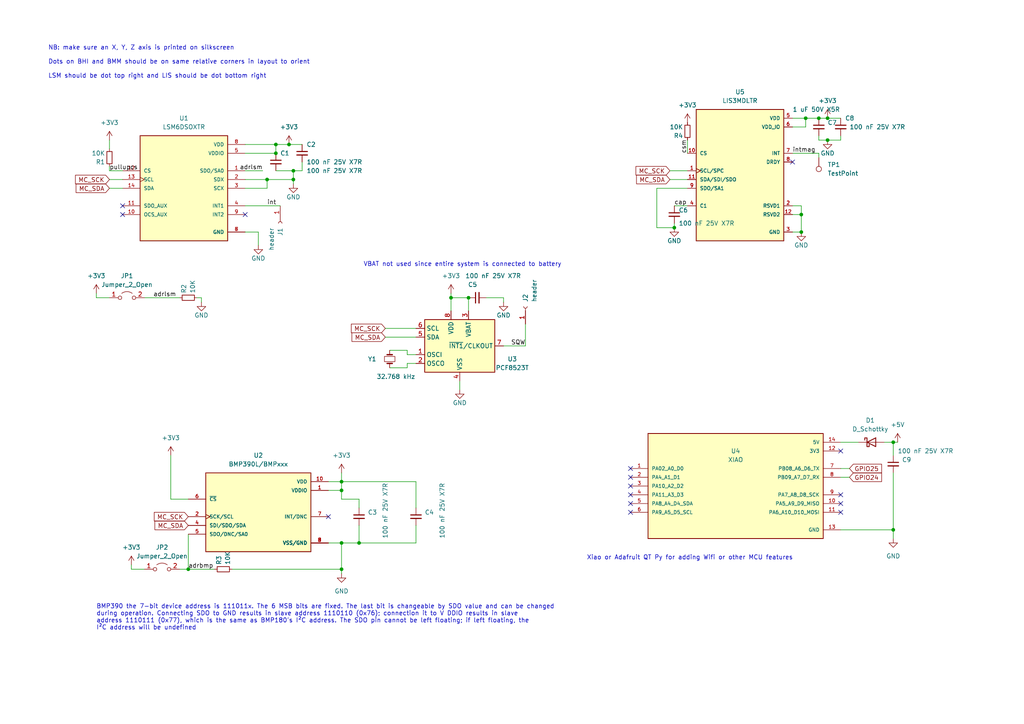
<source format=kicad_sch>
(kicad_sch (version 20211123) (generator eeschema)
  (paper "A4")
  (lib_symbols
    (symbol "BMP390:BMP390L" (pin_names (offset 1.016))
      (property "Reference" "U" (at -15.24 15.24 0))
      (property "Value" "BMP390L" (at -15.24 -15.24 0))
      (symbol "BMP390L_0_0"
        (rectangle (start -15.24 -10.16) (end 15.24 12.7) (stroke (width 0.254)) (fill (type background)))
        (pin power_in line (at 20.32 7.62 180) (length 5.08) (name "VDDIO") (number "1"))
        (pin power_in line (at 20.32 10.16 180) (length 5.08) (name "VDD") (number "10"))
        (pin input clock (at -20.32 0 0) (length 5.08) (name "SCK/SCL") (number "2"))
        (pin power_in line (at 20.32 -7.62 180) (length 5.08) (name "VSS/GND") (number "3"))
        (pin bidirectional line (at -20.32 -2.54 0) (length 5.08) (name "SDI/SDO/SDA") (number "4"))
        (pin bidirectional line (at -20.32 -5.08 0) (length 5.08) (name "SDO/DNC/SA0") (number "5"))
        (pin input line (at -20.32 5.08 0) (length 5.08) (name "~{CS}") (number "6"))
        (pin output line (at 20.32 0 180) (length 5.08) (name "INT/DNC") (number "7"))
        (pin power_in line (at 20.32 -7.62 180) (length 5.08) (name "VSS/GND") (number "8"))
        (pin power_in line (at 20.32 -7.62 180) (length 5.08) (name "VSS/GND") (number "9"))
      )
    )
    (symbol "Connector:Conn_01x01_Female" (pin_names (offset 1.016) hide)
      (property "Reference" "J" (at 0 2.54 0))
      (property "Value" "Conn_01x01_Female" (at 0 -2.54 0))
      (symbol "Conn_01x01_Female_1_1"
        (polyline (pts (xy -1.27 0) (xy -0.508 0)) (stroke (width 0.1524)))
        (arc (start 0 0.508) (mid -0.508 0) (end 0 -0.508) (stroke (width 0.1524)))
        (pin passive line (at -5.08 0 0) (length 3.81) (name "Pin_1") (number "1"))
      )
    )
    (symbol "Connector:TestPoint" (pin_numbers hide) (pin_names (offset 0.762) hide)
      (property "Reference" "TP" (at 0 6.858 0))
      (property "Value" "TestPoint" (at 0 5.08 0))
      (symbol "TestPoint_0_1"
        (circle (center 0 3.302) (radius 0.762))
      )
      (symbol "TestPoint_1_1"
        (pin passive line (at 0 0 90) (length 2.54) (name "1") (number "1"))
      )
    )
    (symbol "Device:C_Small" (pin_numbers hide) (pin_names (offset 0.254) hide)
      (property "Reference" "C" (at 0.254 1.778 0))
      (property "Value" "C_Small" (at 0.254 -2.032 0))
      (symbol "C_Small_0_1"
        (polyline (pts (xy -1.524 -0.508) (xy 1.524 -0.508)) (stroke (width 0.3302)))
        (polyline (pts (xy -1.524 0.508) (xy 1.524 0.508)) (stroke (width 0.3048)))
      )
      (symbol "C_Small_1_1"
        (pin passive line (at 0 2.54 270) (length 2.032) (name "~") (number "1"))
        (pin passive line (at 0 -2.54 90) (length 2.032) (name "~") (number "2"))
      )
    )
    (symbol "Device:Crystal_Small" (pin_numbers hide) (pin_names (offset 1.016) hide)
      (property "Reference" "Y" (at 0 2.54 0))
      (property "Value" "Crystal_Small" (at 0 -2.54 0))
      (symbol "Crystal_Small_0_1"
        (rectangle (start -0.762 -1.524) (end 0.762 1.524))
        (polyline (pts (xy -1.27 -0.762) (xy -1.27 0.762)) (stroke (width 0.381)))
        (polyline (pts (xy 1.27 -0.762) (xy 1.27 0.762)) (stroke (width 0.381)))
      )
      (symbol "Crystal_Small_1_1"
        (pin passive line (at -2.54 0 0) (length 1.27) (name "1") (number "1"))
        (pin passive line (at 2.54 0 180) (length 1.27) (name "2") (number "2"))
      )
    )
    (symbol "Device:D_Schottky" (pin_numbers hide) (pin_names (offset 1.016) hide)
      (property "Reference" "D" (at 0 2.54 0))
      (property "Value" "D_Schottky" (at 0 -2.54 0))
      (symbol "D_Schottky_0_1"
        (polyline (pts (xy 1.27 0) (xy -1.27 0)))
        (polyline (pts (xy 1.27 1.27) (xy 1.27 -1.27) (xy -1.27 0) (xy 1.27 1.27)) (stroke (width 0.254)))
        (polyline (pts (xy -1.905 0.635) (xy -1.905 1.27) (xy -1.27 1.27) (xy -1.27 -1.27) (xy -0.635 -1.27) (xy -0.635 -0.635)) (stroke (width 0.254)))
      )
      (symbol "D_Schottky_1_1"
        (pin passive line (at -3.81 0 0) (length 2.54) (name "K") (number "1"))
        (pin passive line (at 3.81 0 180) (length 2.54) (name "A") (number "2"))
      )
    )
    (symbol "Device:R_Small" (pin_numbers hide) (pin_names (offset 0.254) hide)
      (property "Reference" "R" (at 0.762 0.508 0))
      (property "Value" "R_Small" (at 0.762 -1.016 0))
      (symbol "R_Small_0_1"
        (rectangle (start -0.762 1.778) (end 0.762 -1.778) (stroke (width 0.2032)))
      )
      (symbol "R_Small_1_1"
        (pin passive line (at 0 2.54 270) (length 0.762) (name "~") (number "1"))
        (pin passive line (at 0 -2.54 90) (length 0.762) (name "~") (number "2"))
      )
    )
    (symbol "Jumper:Jumper_2_Open" (pin_names (offset 0) hide)
      (property "Reference" "JP" (at 0 2.794 0))
      (property "Value" "Jumper_2_Open" (at 0 -2.286 0))
      (symbol "Jumper_2_Open_0_0"
        (circle (center -2.032 0) (radius 0.508))
        (circle (center 2.032 0) (radius 0.508))
      )
      (symbol "Jumper_2_Open_0_1"
        (arc (start 1.524 1.27) (mid 0 1.778) (end -1.524 1.27))
      )
      (symbol "Jumper_2_Open_1_1"
        (pin passive line (at -5.08 0 0) (length 2.54) (name "A") (number "1"))
        (pin passive line (at 5.08 0 180) (length 2.54) (name "B") (number "2"))
      )
    )
    (symbol "Timer_RTC:PCF8523T"
      (property "Reference" "U" (at -10.16 8.89 0))
      (property "Value" "PCF8523T" (at 3.81 8.89 0))
      (symbol "PCF8523T_0_1"
        (rectangle (start -10.16 7.62) (end 10.16 -7.62) (stroke (width 0.254)) (fill (type background)))
      )
      (symbol "PCF8523T_1_1"
        (pin input line (at -12.7 -2.54 0) (length 2.54) (name "OSCI") (number "1"))
        (pin output line (at -12.7 -5.08 0) (length 2.54) (name "OSCO") (number "2"))
        (pin power_in line (at 2.54 10.16 270) (length 2.54) (name "VBAT") (number "3"))
        (pin power_in line (at 0 -10.16 90) (length 2.54) (name "VSS") (number "4"))
        (pin bidirectional line (at -12.7 2.54 0) (length 2.54) (name "SDA") (number "5"))
        (pin input line (at -12.7 5.08 0) (length 2.54) (name "SCL") (number "6"))
        (pin open_collector line (at 12.7 0 180) (length 2.54) (name "~{INT1}/CLKOUT") (number "7"))
        (pin power_in line (at -2.54 10.16 270) (length 2.54) (name "VDD") (number "8"))
      )
    )
    (symbol "lis3mdl:LIS3MDLTR" (pin_names (offset 1.016))
      (property "Reference" "U" (at -12.7065 18.2947 0))
      (property "Value" "LIS3MDLTR" (at -12.7188 -22.8826 0))
      (symbol "LIS3MDLTR_0_0"
        (rectangle (start -12.7 -20.32) (end 12.7 17.78) (stroke (width 0.254)) (fill (type background)))
        (pin input clock (at -15.24 0 0) (length 2.54) (name "SCL/SPC") (number "1"))
        (pin input line (at -15.24 5.08 0) (length 2.54) (name "CS") (number "10"))
        (pin bidirectional line (at -15.24 -2.54 0) (length 2.54) (name "SDA/SDI/SDO") (number "11"))
        (pin passive line (at 15.24 -12.7 180) (length 2.54) (name "RSVD2") (number "12"))
        (pin passive line (at 15.24 -10.16 180) (length 2.54) (name "RSVD1") (number "2"))
        (pin power_in line (at 15.24 -17.78 180) (length 2.54) (name "GND") (number "3"))
        (pin passive line (at -15.24 -10.16 0) (length 2.54) (name "C1") (number "4"))
        (pin power_in line (at 15.24 15.24 180) (length 2.54) (name "VDD") (number "5"))
        (pin power_in line (at 15.24 12.7 180) (length 2.54) (name "VDD_IO") (number "6"))
        (pin output line (at 15.24 5.08 180) (length 2.54) (name "INT") (number "7"))
        (pin output line (at 15.24 2.54 180) (length 2.54) (name "DRDY") (number "8"))
        (pin bidirectional line (at -15.24 -5.08 0) (length 2.54) (name "SDO/SA1") (number "9"))
      )
    )
    (symbol "lsm6dso:LSM6DSOXTR" (pin_names (offset 1.016))
      (property "Reference" "U" (at -12.7 16.002 0))
      (property "Value" "LSM6DSOXTR" (at -12.7 -17.78 0))
      (symbol "LSM6DSOXTR_0_0"
        (rectangle (start -12.7 -15.24) (end 12.7 15.24) (stroke (width 0.254)) (fill (type background)))
        (pin bidirectional line (at 17.78 5.08 180) (length 5.08) (name "SDO/SA0") (number "1"))
        (pin bidirectional line (at -17.78 -7.62 0) (length 5.08) (name "OCS_AUX") (number "10"))
        (pin bidirectional line (at -17.78 -5.08 0) (length 5.08) (name "SDO_AUX") (number "11"))
        (pin input line (at -17.78 5.08 0) (length 5.08) (name "CS") (number "12"))
        (pin input clock (at -17.78 2.54 0) (length 5.08) (name "SCL") (number "13"))
        (pin bidirectional line (at -17.78 0 0) (length 5.08) (name "SDA") (number "14"))
        (pin bidirectional line (at 17.78 2.54 180) (length 5.08) (name "SDX") (number "2"))
        (pin bidirectional line (at 17.78 0 180) (length 5.08) (name "SCX") (number "3"))
        (pin output line (at 17.78 -5.08 180) (length 5.08) (name "INT1") (number "4"))
        (pin power_in line (at 17.78 10.16 180) (length 5.08) (name "VDDIO") (number "5"))
        (pin power_in line (at 17.78 -12.7 180) (length 5.08) (name "GND") (number "6"))
        (pin power_in line (at 17.78 -12.7 180) (length 5.08) (name "GND") (number "7"))
        (pin power_in line (at 17.78 12.7 180) (length 5.08) (name "VDD") (number "8"))
        (pin output line (at 17.78 -7.62 180) (length 5.08) (name "INT2") (number "9"))
      )
    )
    (symbol "power:+3.3V" (power) (pin_names (offset 0))
      (property "Value" "+3.3V" (at 0 3.556 0))
      (symbol "+3.3V_0_1"
        (polyline (pts (xy -0.762 1.27) (xy 0 2.54)))
        (polyline (pts (xy 0 0) (xy 0 2.54)))
        (polyline (pts (xy 0 2.54) (xy 0.762 1.27)))
      )
      (symbol "+3.3V_1_1"
        (pin power_in line (at 0 0 90) (length 0) hide (name "+3V3") (number "1"))
      )
    )
    (symbol "power:+5V" (power) (pin_names (offset 0))
      (property "Value" "+5V" (at 0 3.556 0))
      (symbol "+5V_0_1"
        (polyline (pts (xy -0.762 1.27) (xy 0 2.54)))
        (polyline (pts (xy 0 0) (xy 0 2.54)))
        (polyline (pts (xy 0 2.54) (xy 0.762 1.27)))
      )
      (symbol "+5V_1_1"
        (pin power_in line (at 0 0 90) (length 0) hide (name "+5V") (number "1"))
      )
    )
    (symbol "power:GND" (power) (pin_names (offset 0))
      (property "Value" "GND" (at 0 -3.81 0))
      (symbol "GND_0_1"
        (polyline (pts (xy 0 0) (xy 0 -1.27) (xy 1.27 -1.27) (xy 0 -2.54) (xy -1.27 -1.27) (xy 0 -1.27)))
      )
      (symbol "GND_1_1"
        (pin power_in line (at 0 0 270) (length 0) hide (name "GND") (number "1"))
      )
    )
    (symbol "xiao:102010388" (pin_names (offset 1.016))
      (property "Reference" "U" (at -25.4 16.002 0))
      (property "Value" "102010388" (at -25.4 -17.78 0))
      (symbol "102010388_0_0"
        (rectangle (start -25.4 -15.24) (end 25.4 15.24) (stroke (width 0.254)) (fill (type background)))
        (pin bidirectional line (at -30.48 5.08 0) (length 5.08) (name "PA02_A0_D0") (number "1"))
        (pin bidirectional line (at 30.48 -5.08 180) (length 5.08) (name "PA5_A9_D9_MISO") (number "10"))
        (pin bidirectional line (at 30.48 -7.62 180) (length 5.08) (name "PA6_A10_D10_MOSI") (number "11"))
        (pin power_in line (at 30.48 10.16 180) (length 5.08) (name "3V3") (number "12"))
        (pin power_in line (at 30.48 -12.7 180) (length 5.08) (name "GND") (number "13"))
        (pin power_in line (at 30.48 12.7 180) (length 5.08) (name "5V") (number "14"))
        (pin bidirectional line (at -30.48 2.54 0) (length 5.08) (name "PA4_A1_D1") (number "2"))
        (pin bidirectional line (at -30.48 0 0) (length 5.08) (name "PA10_A2_D2") (number "3"))
        (pin bidirectional line (at -30.48 -2.54 0) (length 5.08) (name "PA11_A3_D3") (number "4"))
        (pin bidirectional line (at -30.48 -5.08 0) (length 5.08) (name "PA8_A4_D4_SDA") (number "5"))
        (pin bidirectional line (at -30.48 -7.62 0) (length 5.08) (name "PA9_A5_D5_SCL") (number "6"))
        (pin bidirectional line (at 30.48 5.08 180) (length 5.08) (name "PB08_A6_D6_TX") (number "7"))
        (pin bidirectional line (at 30.48 2.54 180) (length 5.08) (name "PB09_A7_D7_RX") (number "8"))
        (pin bidirectional line (at 30.48 -2.54 180) (length 5.08) (name "PA7_A8_D8_SCK") (number "9"))
      )
    )
  )
  (junction (at 240.03 40.64))
  (junction (at 83.82 41.91))
  (junction (at 77.47 52.07))
  (junction (at 237.49 34.29))
  (junction (at 259.08 153.67))
  (junction (at 233.68 34.29))
  (junction (at 232.41 67.31))
  (junction (at 99.06 142.24))
  (junction (at 130.81 86.36))
  (junction (at 240.03 34.29))
  (junction (at 99.06 157.48))
  (junction (at 85.09 49.53))
  (junction (at 135.89 86.36))
  (junction (at 195.58 66.04))
  (junction (at 99.06 165.1))
  (junction (at 259.08 128.27))
  (junction (at 99.06 139.7))
  (junction (at 85.09 52.07))
  (junction (at 232.41 62.23))
  (junction (at 104.14 157.48))
  (junction (at 80.01 44.45))
  (junction (at 80.01 41.91))
  (junction (at 54.61 165.1))
  (no_connect (at 243.84 143.51))
  (no_connect (at 243.84 148.59))
  (no_connect (at 243.84 146.05))
  (no_connect (at 243.84 130.81))
  (no_connect (at 182.88 138.43))
  (no_connect (at 182.88 135.89))
  (no_connect (at 182.88 143.51))
  (no_connect (at 182.88 146.05))
  (no_connect (at 182.88 148.59))
  (no_connect (at 182.88 140.97))
  (no_connect (at 229.87 46.99))
  (no_connect (at 71.12 62.23))
  (no_connect (at 35.56 59.69))
  (no_connect (at 35.56 62.23))
  (no_connect (at 95.25 149.86))
  (wire (pts (xy 58.42 86.36) (xy 58.42 87.63)))
  (wire (pts (xy 71.12 59.69) (xy 81.28 59.69)))
  (wire (pts (xy 80.01 49.53) (xy 85.09 49.53)))
  (wire (pts (xy 71.12 41.91) (xy 80.01 41.91)))
  (wire (pts (xy 243.84 39.37) (xy 243.84 40.64)))
  (wire (pts (xy 190.5 66.04) (xy 195.58 66.04)))
  (wire (pts (xy 146.05 86.36) (xy 146.05 87.63)))
  (wire (pts (xy 31.75 49.53) (xy 35.56 49.53)))
  (wire (pts (xy 104.14 157.48) (xy 120.65 157.48)))
  (wire (pts (xy 83.82 41.91) (xy 87.63 41.91)))
  (wire (pts (xy 95.25 142.24) (xy 99.06 142.24)))
  (wire (pts (xy 54.61 154.94) (xy 54.61 165.1)))
  (wire (pts (xy 190.5 54.61) (xy 199.39 54.61)))
  (wire (pts (xy 67.31 165.1) (xy 99.06 165.1)))
  (wire (pts (xy 99.06 157.48) (xy 104.14 157.48)))
  (wire (pts (xy 232.41 62.23) (xy 232.41 67.31)))
  (wire (pts (xy 71.12 54.61) (xy 77.47 54.61)))
  (wire (pts (xy 152.4 93.98) (xy 152.4 100.33)))
  (wire (pts (xy 195.58 59.69) (xy 199.39 59.69)))
  (wire (pts (xy 111.76 97.79) (xy 120.65 97.79)))
  (wire (pts (xy 104.14 152.4) (xy 104.14 157.48)))
  (wire (pts (xy 99.06 157.48) (xy 99.06 165.1)))
  (wire (pts (xy 49.53 132.08) (xy 49.53 144.78)))
  (wire (pts (xy 243.84 40.64) (xy 240.03 40.64)))
  (wire (pts (xy 130.81 85.09) (xy 130.81 86.36)))
  (wire (pts (xy 111.76 95.25) (xy 120.65 95.25)))
  (wire (pts (xy 71.12 67.31) (xy 74.93 67.31)))
  (wire (pts (xy 243.84 128.27) (xy 248.92 128.27)))
  (wire (pts (xy 133.35 110.49) (xy 133.35 113.03)))
  (wire (pts (xy 27.94 86.36) (xy 31.75 86.36)))
  (wire (pts (xy 113.03 106.68) (xy 118.11 106.68)))
  (wire (pts (xy 80.01 41.91) (xy 80.01 44.45)))
  (wire (pts (xy 243.84 153.67) (xy 259.08 153.67)))
  (wire (pts (xy 41.91 86.36) (xy 52.07 86.36)))
  (wire (pts (xy 229.87 62.23) (xy 232.41 62.23)))
  (wire (pts (xy 259.08 128.27) (xy 259.08 132.08)))
  (wire (pts (xy 118.11 105.41) (xy 120.65 105.41)))
  (wire (pts (xy 135.89 86.36) (xy 130.81 86.36)))
  (wire (pts (xy 80.01 41.91) (xy 83.82 41.91)))
  (wire (pts (xy 237.49 34.29) (xy 240.03 34.29)))
  (wire (pts (xy 99.06 139.7) (xy 99.06 142.24)))
  (wire (pts (xy 118.11 106.68) (xy 118.11 105.41)))
  (wire (pts (xy 71.12 52.07) (xy 77.47 52.07)))
  (wire (pts (xy 135.89 86.36) (xy 135.89 90.17)))
  (wire (pts (xy 243.84 138.43) (xy 246.38 138.43)))
  (wire (pts (xy 229.87 44.45) (xy 237.49 44.45)))
  (wire (pts (xy 71.12 44.45) (xy 80.01 44.45)))
  (wire (pts (xy 38.1 165.1) (xy 41.91 165.1)))
  (wire (pts (xy 140.97 86.36) (xy 146.05 86.36)))
  (wire (pts (xy 152.4 100.33) (xy 146.05 100.33)))
  (wire (pts (xy 259.08 153.67) (xy 259.08 156.21)))
  (wire (pts (xy 237.49 44.45) (xy 237.49 45.72)))
  (wire (pts (xy 31.75 48.26) (xy 31.75 49.53)))
  (wire (pts (xy 95.25 139.7) (xy 99.06 139.7)))
  (wire (pts (xy 233.68 34.29) (xy 237.49 34.29)))
  (wire (pts (xy 38.1 163.83) (xy 38.1 165.1)))
  (wire (pts (xy 74.93 67.31) (xy 74.93 71.12)))
  (wire (pts (xy 259.08 128.27) (xy 260.35 128.27)))
  (wire (pts (xy 104.14 147.32) (xy 104.14 144.78)))
  (wire (pts (xy 95.25 157.48) (xy 99.06 157.48)))
  (wire (pts (xy 71.12 49.53) (xy 76.2 49.53)))
  (wire (pts (xy 54.61 165.1) (xy 62.23 165.1)))
  (wire (pts (xy 120.65 152.4) (xy 120.65 157.48)))
  (wire (pts (xy 195.58 64.77) (xy 195.58 66.04)))
  (wire (pts (xy 31.75 40.64) (xy 31.75 43.18)))
  (wire (pts (xy 194.31 52.07) (xy 199.39 52.07)))
  (wire (pts (xy 130.81 86.36) (xy 130.81 90.17)))
  (wire (pts (xy 194.31 49.53) (xy 199.39 49.53)))
  (wire (pts (xy 229.87 67.31) (xy 232.41 67.31)))
  (wire (pts (xy 199.39 40.64) (xy 199.39 44.45)))
  (wire (pts (xy 118.11 102.87) (xy 120.65 102.87)))
  (wire (pts (xy 240.03 34.29) (xy 243.84 34.29)))
  (wire (pts (xy 99.06 137.16) (xy 99.06 139.7)))
  (wire (pts (xy 233.68 36.83) (xy 233.68 34.29)))
  (wire (pts (xy 229.87 59.69) (xy 232.41 59.69)))
  (wire (pts (xy 118.11 101.6) (xy 118.11 102.87)))
  (wire (pts (xy 256.54 128.27) (xy 259.08 128.27)))
  (wire (pts (xy 243.84 135.89) (xy 246.38 135.89)))
  (wire (pts (xy 259.08 137.16) (xy 259.08 153.67)))
  (wire (pts (xy 99.06 165.1) (xy 99.06 166.37)))
  (wire (pts (xy 87.63 49.53) (xy 87.63 46.99)))
  (wire (pts (xy 57.15 86.36) (xy 58.42 86.36)))
  (wire (pts (xy 54.61 165.1) (xy 52.07 165.1)))
  (wire (pts (xy 237.49 39.37) (xy 237.49 40.64)))
  (wire (pts (xy 233.68 34.29) (xy 229.87 34.29)))
  (wire (pts (xy 85.09 53.34) (xy 85.09 52.07)))
  (wire (pts (xy 99.06 139.7) (xy 120.65 139.7)))
  (wire (pts (xy 99.06 144.78) (xy 99.06 142.24)))
  (wire (pts (xy 49.53 144.78) (xy 54.61 144.78)))
  (wire (pts (xy 85.09 49.53) (xy 87.63 49.53)))
  (wire (pts (xy 113.03 101.6) (xy 118.11 101.6)))
  (wire (pts (xy 190.5 54.61) (xy 190.5 66.04)))
  (wire (pts (xy 232.41 59.69) (xy 232.41 62.23)))
  (wire (pts (xy 237.49 40.64) (xy 240.03 40.64)))
  (wire (pts (xy 85.09 52.07) (xy 85.09 49.53)))
  (wire (pts (xy 31.75 54.61) (xy 35.56 54.61)))
  (wire (pts (xy 77.47 54.61) (xy 77.47 52.07)))
  (wire (pts (xy 120.65 139.7) (xy 120.65 147.32)))
  (wire (pts (xy 31.75 52.07) (xy 35.56 52.07)))
  (wire (pts (xy 99.06 144.78) (xy 104.14 144.78)))
  (wire (pts (xy 229.87 36.83) (xy 233.68 36.83)))
  (wire (pts (xy 27.94 85.09) (xy 27.94 86.36)))
  (wire (pts (xy 77.47 52.07) (xy 85.09 52.07)))
  (text "NB: make sure an X, Y, Z axis is printed on silkscreen\n\nDots on BHI and BMM should be on same relative corners in layout to orient\n\nLSM should be dot top right and LIS should be dot bottom right" (at 13.97 22.86 0) (effects (font (size 1.27 1.27)) (justify left bottom)))
  (text "Xiao or Adafruit QT Py for adding Wifi or other MCU features" (at 170.18 162.56 0) (effects (font (size 1.27 1.27)) (justify left bottom)))
  (text "BMP390 the 7-bit device address is 111011x. The 6 MSB bits are fixed. The last bit is changeable by SDO value and can be changed\nduring operation. Connecting SDO to GND results in slave address 1110110 (0x76); connection it to V DDIO results in slave\naddress 1110111 (0x77), which is the same as BMP180's I²C address. The SDO pin cannot be left floating; if left floating, the\nI²C address will be undefined" (at 27.94 182.88 0) (effects (font (size 1.27 1.27)) (justify left bottom)))
  (text "VBAT not used since entire system is connected to battery" (at 105.41 77.47 0) (effects (font (size 1.27 1.27)) (justify left bottom)))
  (label "SQW" (at 152.4 100.33 180))
  (label "int" (at 77.47 59.69 0))
  (label "cap" (at 195.58 59.69 0))
  (label "pullupcs" (at 31.75 49.53 0))
  (label "csm" (at 199.39 44.45 90))
  (label "intmag" (at 229.87 44.45 0))
  (label "adrlsm" (at 44.45 86.36 0))
  (label "adrlsm" (at 76.2 49.53 180))
  (label "adrbmp" (at 54.61 165.1 0))
  (global_label "MC_SDA" (shape input) (at 194.31 52.07 180) (property "Intersheet References" "${INTERSHEET_REFS}" (effects hide)))
  (global_label "GPIO25" (shape input) (at 246.38 135.89 0) (property "Intersheet References" "${INTERSHEET_REFS}" (effects hide)))
  (global_label "MC_SDA" (shape input) (at 54.61 152.4 180) (property "Intersheet References" "${INTERSHEET_REFS}" (effects hide)))
  (global_label "MC_SCK" (shape input) (at 54.61 149.86 180) (property "Intersheet References" "${INTERSHEET_REFS}" (effects hide)))
  (global_label "MC_SCK" (shape input) (at 31.75 52.07 180) (property "Intersheet References" "${INTERSHEET_REFS}" (effects hide)))
  (global_label "MC_SDA" (shape input) (at 111.76 97.79 180) (property "Intersheet References" "${INTERSHEET_REFS}" (effects hide)))
  (global_label "MC_SCK" (shape input) (at 111.76 95.25 180) (property "Intersheet References" "${INTERSHEET_REFS}" (effects hide)))
  (global_label "MC_SCK" (shape input) (at 194.31 49.53 180) (property "Intersheet References" "${INTERSHEET_REFS}" (effects hide)))
  (global_label "GPIO24" (shape input) (at 246.38 138.43 0) (property "Intersheet References" "${INTERSHEET_REFS}" (effects hide)))
  (global_label "MC_SDA" (shape input) (at 31.75 54.61 180) (property "Intersheet References" "${INTERSHEET_REFS}" (effects hide)))
  (symbol (lib_id "Device:R_Small") (at 64.77 165.1 90) (unit 1)
    (property "Reference" "R3" (at 63.5 163.83 0) (effects (justify left)))
    (property "Value" "10K" (at 66.04 163.83 0) (effects (justify left)))
    (property "Footprint" "Capacitor_SMD:C_0402_1005Metric_Pad0.74x0.62mm_HandSolder" (effects hide))
    (property "JCLPCB" "C25744" (effects hide))
    (property "Vendor" "C25744" (effects hide))
  )
  (symbol (lib_id "power:+3.3V") (at 27.94 85.09 0) (unit 1)
    (property "Reference" "#PWR01" (effects hide))
    (property "Value" "+3.3V" (at 27.94 80.01 0))
  )
  (symbol (lib_id "Device:R_Small") (at 54.61 86.36 90) (unit 1)
    (property "Reference" "R2" (at 53.34 85.09 0) (effects (justify left)))
    (property "Value" "10K" (at 55.88 85.09 0) (effects (justify left)))
    (property "Footprint" "Capacitor_SMD:C_0402_1005Metric_Pad0.74x0.62mm_HandSolder" (effects hide))
    (property "JCLPCB" "C25744" (effects hide))
    (property "Vendor" "C25744" (effects hide))
  )
  (symbol (lib_id "Device:C_Small") (at 120.65 149.86 0) (unit 1)
    (property "Reference" "C4" (at 123.19 148.5962 0) (effects (justify left)))
    (property "Value" "100 nF 25V X7R" (at 128.27 156.21 90) (effects (justify left)))
    (property "Footprint" "Capacitor_SMD:C_0402_1005Metric" (effects hide))
    (property "JCLPCB" "C307331" (effects hide))
    (property "Vendor" "C307331" (effects hide))
  )
  (symbol (lib_id "power:GND") (at 133.35 113.03 0) (unit 1)
    (property "Reference" "#PWR012" (effects hide))
    (property "Value" "GND" (at 133.35 116.84 0))
  )
  (symbol (lib_id "Jumper:Jumper_2_Open") (at 36.83 86.36 0) (unit 1)
    (property "Reference" "JP1" (at 36.83 80.01 0))
    (property "Value" "Jumper_2_Open" (at 36.83 82.55 0))
    (property "Footprint" "Jumper:SolderJumper-2_P1.3mm_Open_RoundedPad1.0x1.5mm" (effects hide))
  )
  (symbol (lib_id "Device:D_Schottky") (at 252.73 128.27 0) (unit 1)
    (property "Reference" "D1" (at 252.4125 121.92 0))
    (property "Value" "D_Schottky" (at 252.4125 124.46 0))
    (property "Footprint" "Diode_SMD:D_SMA" (effects hide))
    (property "JCLPCB" "C22452" (effects hide))
    (property "Vendor" "C22452" (effects hide))
    (property "Description" "PMEG3050EP, C50603 more efficient" (effects hide))
  )
  (symbol (lib_id "power:GND") (at 74.93 71.12 0) (unit 1)
    (property "Reference" "#PWR06" (effects hide))
    (property "Value" "GND" (at 74.93 74.93 0))
  )
  (symbol (lib_id "Device:C_Small") (at 138.43 86.36 90) (unit 1)
    (property "Reference" "C5" (at 138.43 82.55 90) (effects (justify left)))
    (property "Value" "100 nF 25V X7R" (at 151.13 80.01 90) (effects (justify left)))
    (property "Footprint" "Capacitor_SMD:C_0402_1005Metric" (effects hide))
    (property "JCLPCB" "C307331" (effects hide))
    (property "Vendor" "C307331" (effects hide))
  )
  (symbol (lib_id "lsm6dso:LSM6DSOXTR") (at 53.34 54.61 0) (unit 1)
    (property "Reference" "U1" (at 53.34 34.29 0))
    (property "Value" "LSM6DSOXTR" (at 53.34 36.83 0))
    (property "Footprint" "PowerIC:PQFN50P250X300X86-14N" (effects hide))
    (property "STANDARD" "IPC7351B" (effects hide))
    (property "PARTREV" "3.0" (effects hide))
    (property "MANUFACTURER" "ST Microelectronics" (effects hide))
    (property "JCLPCB" "C2655100" (effects hide))
    (property "Vendor" "C2655100" (effects hide))
  )
  (symbol (lib_id "power:+3.3V") (at 31.75 40.64 0) (unit 1)
    (property "Reference" "#PWR02" (effects hide))
    (property "Value" "+3.3V" (at 31.75 35.56 0))
  )
  (symbol (lib_id "lis3mdl:LIS3MDLTR") (at 214.63 49.53 0) (unit 1)
    (property "Reference" "U5" (at 214.63 26.67 0))
    (property "Value" "LIS3MDLTR" (at 214.63 29.21 0))
    (property "Footprint" "PowerIC:LIS3MDLTR" (effects hide))
    (property "Manufacturer_Part_Number" "LIS3MDLTR" (effects hide))
    (property "PARTREV" "6" (effects hide))
    (property "MANUFACTURER" "STMicroelectronics" (effects hide))
    (property "Description" "LIS3MDL Series 3 Axis ±2/±8/±12/±16 g 3.6V High Performance Magnetometer LGA-12" (effects hide))
    (property "JCLPCB" "C478483" (effects hide))
    (property "Vendor" "C478483" (effects hide))
  )
  (symbol (lib_id "Connector:Conn_01x01_Female") (at 152.4 88.9 90) (unit 1)
    (property "Reference" "J2" (at 152.4 87.63 0) (effects (justify left)))
    (property "Value" "header" (at 154.94 87.63 0) (effects (justify left)))
    (property "Footprint" "Connector_PinHeader_2.54mm:PinHeader_1x01_P2.54mm_Vertical" (effects hide))
  )
  (symbol (lib_id "power:GND") (at 85.09 53.34 0) (unit 1)
    (property "Reference" "#PWR08" (effects hide))
    (property "Value" "GND" (at 85.09 57.15 0))
  )
  (symbol (lib_id "Device:C_Small") (at 80.01 46.99 0) (unit 1)
    (property "Reference" "C1" (at 81.28 44.45 0) (effects (justify left)))
    (property "Value" "100 nF 25V X7R" (at 88.9 49.53 0) (effects (justify left)))
    (property "Footprint" "Capacitor_SMD:C_0402_1005Metric" (effects hide))
    (property "JCLPCB" "C307331" (effects hide))
    (property "Vendor" "C307331" (effects hide))
  )
  (symbol (lib_id "power:GND") (at 259.08 156.21 0) (unit 1)
    (property "Reference" "#PWR019" (effects hide))
    (property "Value" "GND" (at 259.08 161.29 0))
  )
  (symbol (lib_id "power:+5V") (at 260.35 128.27 0) (unit 1)
    (property "Reference" "#PWR020" (effects hide))
    (property "Value" "+5V" (at 260.35 123.19 0))
  )
  (symbol (lib_id "power:GND") (at 58.42 87.63 0) (unit 1)
    (property "Reference" "#PWR05" (effects hide))
    (property "Value" "GND" (at 58.42 91.44 0))
  )
  (symbol (lib_id "power:GND") (at 99.06 166.37 0) (unit 1)
    (property "Reference" "#PWR010" (effects hide))
    (property "Value" "GND" (at 99.06 171.45 0))
  )
  (symbol (lib_id "Device:R_Small") (at 31.75 45.72 180) (unit 1)
    (property "Reference" "R1" (at 30.48 46.99 0) (effects (justify left)))
    (property "Value" "10K" (at 30.48 44.45 0) (effects (justify left)))
    (property "Footprint" "Capacitor_SMD:C_0402_1005Metric_Pad0.74x0.62mm_HandSolder" (effects hide))
    (property "JCLPCB" "C25744" (effects hide))
    (property "Vendor" "C25744" (effects hide))
  )
  (symbol (lib_id "Connector:TestPoint") (at 237.49 45.72 180) (unit 1)
    (property "Reference" "TP1" (at 240.03 47.7519 0) (effects (justify right)))
    (property "Value" "TestPoint" (at 240.03 50.2919 0) (effects (justify right)))
    (property "Footprint" "TestPoint:TestPoint_Pad_D1.0mm" (effects hide))
  )
  (symbol (lib_id "Timer_RTC:PCF8523T") (at 133.35 100.33 0) (unit 1)
    (property "Reference" "U3" (at 148.59 104.14 0))
    (property "Value" "PCF8523T" (at 148.59 106.68 0))
    (property "Footprint" "Package_SO:SOIC-8_3.9x4.9mm_P1.27mm" (effects hide))
    (property "Datasheet" "https://www.nxp.com/docs/en/data-sheet/PCF8523.pdf" (effects hide))
    (property "JCLPCB" "C2651516" (effects hide))
    (property "Vendor" "C2651516" (effects hide))
  )
  (symbol (lib_id "Connector:Conn_01x01_Female") (at 81.28 64.77 270) (unit 1)
    (property "Reference" "J1" (at 81.28 66.04 0) (effects (justify left)))
    (property "Value" "header" (at 78.74 66.04 0) (effects (justify left)))
    (property "Footprint" "Connector_PinHeader_2.54mm:PinHeader_1x01_P2.54mm_Vertical" (effects hide))
  )
  (symbol (lib_id "Device:C_Small") (at 259.08 134.62 0) (unit 1)
    (property "Reference" "C9" (at 261.62 133.3562 0) (effects (justify left)))
    (property "Value" "100 nF 25V X7R" (at 260.35 130.81 0) (effects (justify left)))
    (property "Footprint" "Capacitor_SMD:C_0402_1005Metric" (effects hide))
    (property "JCLPCB" "C307331" (effects hide))
    (property "Vendor" "C307331" (effects hide))
  )
  (symbol (lib_id "Device:C_Small") (at 237.49 36.83 0) (unit 1)
    (property "Reference" "C7" (at 240.03 35.5662 0) (effects (justify left)))
    (property "Value" "1 uF 50V X5R" (at 229.87 31.75 0) (effects (justify left)))
    (property "Footprint" "Capacitor_SMD:C_0603_1608Metric" (effects hide))
    (property "JCLPCB" "C15849" (effects hide))
    (property "Vendor" "C15849" (effects hide))
  )
  (symbol (lib_id "power:GND") (at 232.41 67.31 0) (unit 1)
    (property "Reference" "#PWR016" (effects hide))
    (property "Value" "GND" (at 232.41 71.12 0))
  )
  (symbol (lib_id "power:GND") (at 240.03 40.64 0) (unit 1)
    (property "Reference" "#PWR018" (effects hide))
    (property "Value" "GND" (at 240.03 44.45 0))
  )
  (symbol (lib_id "power:+3.3V") (at 99.06 137.16 0) (unit 1)
    (property "Reference" "#PWR09" (effects hide))
    (property "Value" "+3.3V" (at 99.06 132.08 0))
  )
  (symbol (lib_id "Device:C_Small") (at 104.14 149.86 0) (unit 1)
    (property "Reference" "C3" (at 106.68 148.5962 0) (effects (justify left)))
    (property "Value" "100 nF 25V X7R" (at 111.76 156.21 90) (effects (justify left)))
    (property "Footprint" "Capacitor_SMD:C_0402_1005Metric" (effects hide))
    (property "JCLPCB" "C307331" (effects hide))
    (property "Vendor" "C307331" (effects hide))
  )
  (symbol (lib_id "power:+3.3V") (at 240.03 34.29 0) (unit 1)
    (property "Reference" "#PWR017" (effects hide))
    (property "Value" "+3.3V" (at 240.03 29.21 0))
  )
  (symbol (lib_id "power:+3.3V") (at 199.39 35.56 0) (unit 1)
    (property "Reference" "#PWR015" (effects hide))
    (property "Value" "+3.3V" (at 199.39 30.48 0))
  )
  (symbol (lib_id "BMP390:BMP390L") (at 74.93 149.86 0) (unit 1)
    (property "Reference" "U2" (at 74.93 132.08 0))
    (property "Value" "BMP390L/BMPxxx" (at 74.93 134.62 0))
    (property "Footprint" "PowerIC:XDCR_BMP390L" (effects hide))
    (property "STANDARD" "Manufacturer Recommendation" (effects hide))
    (property "MAXIMUM_PACKAGE_HEIGHT" "0.8 mm" (effects hide))
    (property "MANUFACTURER" "BOSCH" (effects hide))
    (property "SNAPEDA_PN" "BMP390L" (effects hide))
    (property "PARTREV" "1.7" (effects hide))
    (property "JCLPCB" "C779278" (effects hide))
    (property "Vendor" "C779278" (effects hide))
  )
  (symbol (lib_id "power:+3.3V") (at 83.82 41.91 0) (unit 1)
    (property "Reference" "#PWR07" (effects hide))
    (property "Value" "+3.3V" (at 83.82 36.83 0))
  )
  (symbol (lib_id "power:+3.3V") (at 49.53 132.08 0) (unit 1)
    (property "Reference" "#PWR04" (effects hide))
    (property "Value" "+3.3V" (at 49.53 127 0))
  )
  (symbol (lib_id "Device:C_Small") (at 243.84 36.83 0) (unit 1)
    (property "Reference" "C8" (at 245.11 34.29 0) (effects (justify left)))
    (property "Value" "100 nF 25V X7R" (at 246.38 36.83 0) (effects (justify left)))
    (property "Footprint" "Capacitor_SMD:C_0402_1005Metric" (effects hide))
    (property "JCLPCB" "C307331" (effects hide))
    (property "Vendor" "C307331" (effects hide))
  )
  (symbol (lib_id "xiao:102010388") (at 213.36 140.97 0) (unit 1)
    (property "Reference" "U4" (at 213.36 130.81 0))
    (property "Value" "XIAO" (at 213.36 133.35 0))
    (property "Footprint" "PowerIC:xiao" (effects hide))
    (property "MAXIMUM_PACKAGE_HEIGHT" "N/A" (effects hide))
    (property "STANDARD" "Manufacturer Recommendations" (effects hide))
    (property "SNAPEDA_PN" "102010388" (effects hide))
    (property "PARTREV" "N/A" (effects hide))
    (property "MANUFACTURER" "Seeed Technology" (effects hide))
  )
  (symbol (lib_id "Device:C_Small") (at 87.63 44.45 0) (unit 1)
    (property "Reference" "C2" (at 88.9 41.91 0) (effects (justify left)))
    (property "Value" "100 nF 25V X7R" (at 88.9 46.99 0) (effects (justify left)))
    (property "Footprint" "Capacitor_SMD:C_0402_1005Metric" (effects hide))
    (property "JCLPCB" "C307331" (effects hide))
    (property "Vendor" "C307331" (effects hide))
  )
  (symbol (lib_id "Device:C_Small") (at 195.58 62.23 0) (unit 1)
    (property "Reference" "C6" (at 196.85 60.96 0) (effects (justify left)))
    (property "Value" "100 nF 25V X7R" (at 196.85 64.77 0) (effects (justify left)))
    (property "Footprint" "Capacitor_SMD:C_0402_1005Metric" (effects hide))
    (property "JCLPCB" "C307331" (effects hide))
    (property "Vendor" "C307331" (effects hide))
  )
  (symbol (lib_id "power:GND") (at 146.05 87.63 0) (unit 1)
    (property "Reference" "#PWR013" (effects hide))
    (property "Value" "GND" (at 146.05 91.44 0))
  )
  (symbol (lib_id "Device:R_Small") (at 199.39 38.1 180) (unit 1)
    (property "Reference" "R4" (at 198.12 39.37 0) (effects (justify left)))
    (property "Value" "10K" (at 198.12 36.83 0) (effects (justify left)))
    (property "Footprint" "Capacitor_SMD:C_0402_1005Metric_Pad0.74x0.62mm_HandSolder" (effects hide))
    (property "JCLPCB" "C25744" (effects hide))
    (property "Vendor" "C25744" (effects hide))
  )
  (symbol (lib_id "Device:Crystal_Small") (at 113.03 104.14 90) (unit 1)
    (property "Reference" "Y1" (at 106.68 104.14 90) (effects (justify right)))
    (property "Value" "32.768 kHz" (at 109.22 109.22 90) (effects (justify right)))
    (property "Footprint" "Crystal:Crystal_SMD_3215-2Pin_3.2x1.5mm" (effects hide))
    (property "JCLPCB" "C32346" (effects hide))
    (property "Vendor" "C32346" (effects hide))
  )
  (symbol (lib_id "power:+3.3V") (at 130.81 85.09 0) (unit 1)
    (property "Reference" "#PWR011" (effects hide))
    (property "Value" "+3.3V" (at 130.81 80.01 0))
  )
  (symbol (lib_id "Jumper:Jumper_2_Open") (at 46.99 165.1 0) (unit 1)
    (property "Reference" "JP2" (at 46.99 158.75 0))
    (property "Value" "Jumper_2_Open" (at 46.99 161.29 0))
    (property "Footprint" "Jumper:SolderJumper-2_P1.3mm_Open_RoundedPad1.0x1.5mm" (effects hide))
  )
  (symbol (lib_id "power:GND") (at 195.58 66.04 0) (unit 1)
    (property "Reference" "#PWR014" (effects hide))
    (property "Value" "GND" (at 195.58 69.85 0))
  )
  (symbol (lib_id "power:+3.3V") (at 38.1 163.83 0) (unit 1)
    (property "Reference" "#PWR03" (effects hide))
    (property "Value" "+3.3V" (at 38.1 158.75 0))
  )
)
</source>
